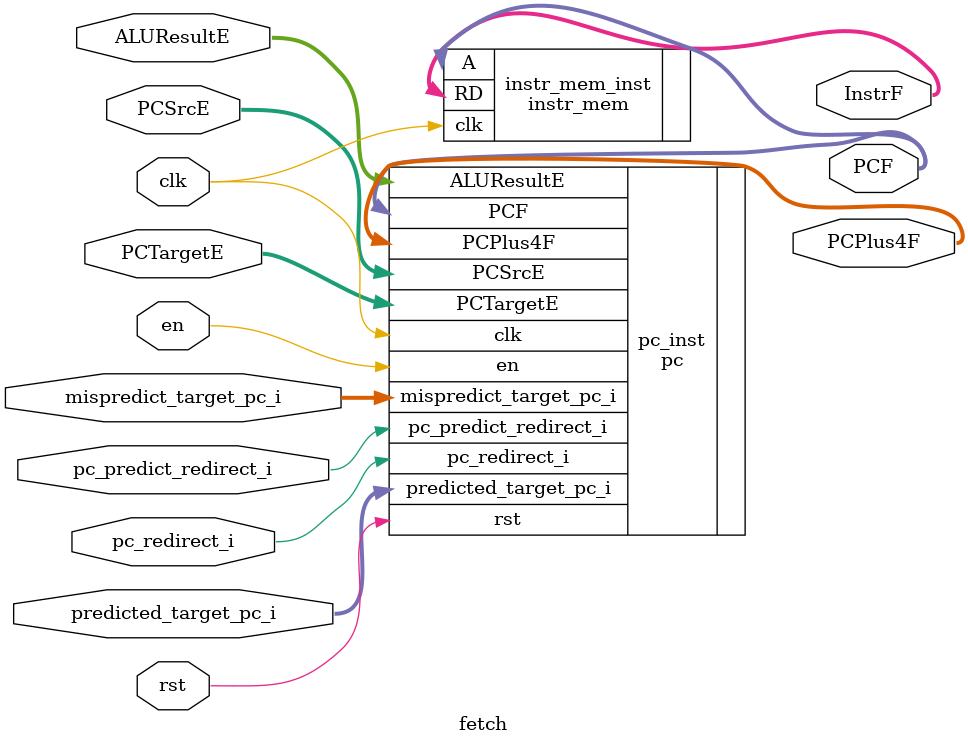
<source format=sv>
module fetch(
    input logic clk,
    input logic rst,
    input logic en,
    input logic [1:0] PCSrcE,
    input logic [31:0] PCTargetE,
    input logic [31:0] ALUResultE,
    input logic pc_redirect_i,
    input logic [31:0] mispredict_target_pc_i,
    input logic pc_predict_redirect_i,
    input logic [31:0] predicted_target_pc_i,

    output logic [31:0] InstrF,
    output logic [31:0] PCF,
    output logic [31:0] PCPlus4F
);
    pc pc_inst(
        .clk(clk),
        .rst(rst),
        .en(en),
        .PCSrcE(PCSrcE),
        .ALUResultE(ALUResultE),
        .PCTargetE(PCTargetE),
        .pc_redirect_i(pc_redirect_i),
        .mispredict_target_pc_i(mispredict_target_pc_i),
        .pc_predict_redirect_i(pc_predict_redirect_i),
        .predicted_target_pc_i(predicted_target_pc_i),
        .PCPlus4F(PCPlus4F),
        .PCF(PCF)
    );

    instr_mem instr_mem_inst(
        .A(PCF),
        .RD(InstrF),
        .clk(clk)
    );
endmodule

</source>
